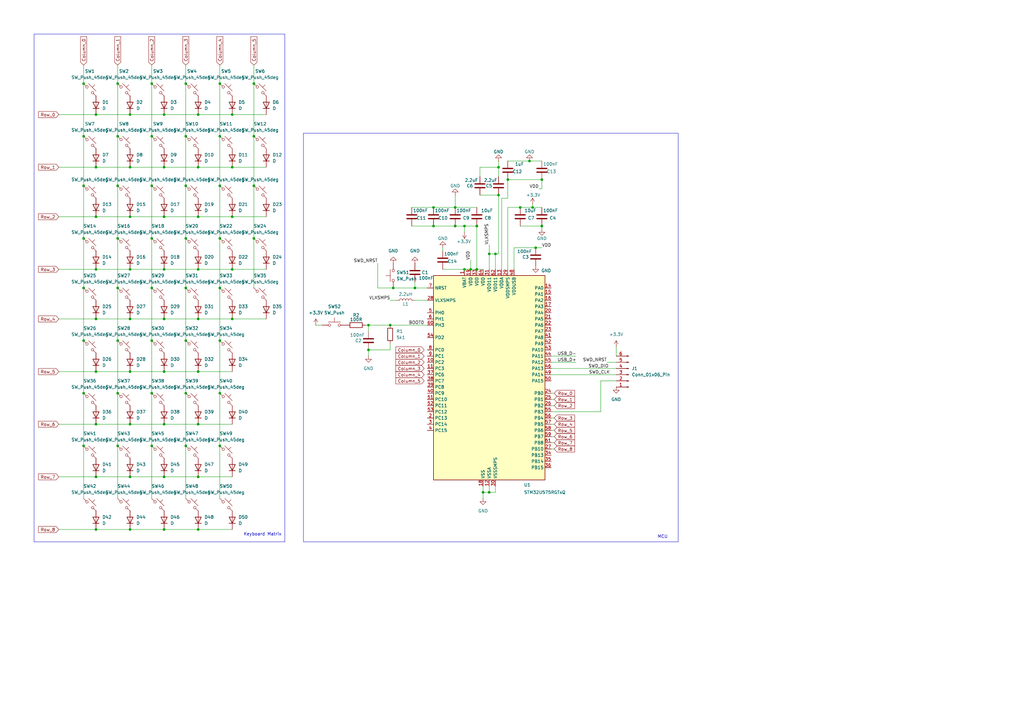
<source format=kicad_sch>
(kicad_sch (version 20250114) (generator "eeschema") (generator_version "9.0")
  (paper "A3")
  (rectangle (start 124.46 54.61) (end 278.13 222.25))
  (rectangle (start 13.97 13.97) (end 116.84 222.25))
  (text "MCU" (at 271.78 220.218 0) (effects (font (size 1.27 1.27))))
  (text "Keyboard Matrix" (at 107.696 219.202 0) (effects (font (size 1.27 1.27))))
  (junction (at 213.36 85.09))
  (junction (at 62.23 97.79))
  (junction (at 34.29 118.11))
  (junction (at 39.37 152.4))
  (junction (at 90.17 139.7))
  (junction (at 34.29 97.79))
  (junction (at 48.26 182.88))
  (junction (at 67.31 173.99))
  (junction (at 208.28 73.66))
  (junction (at 62.23 161.29))
  (junction (at 34.29 76.2))
  (junction (at 177.8 92.71))
  (junction (at 62.23 55.88))
  (junction (at 76.2 139.7))
  (junction (at 53.34 46.99))
  (junction (at 67.31 110.49))
  (junction (at 104.14 34.29))
  (junction (at 204.47 80.01))
  (junction (at 81.28 195.58))
  (junction (at 39.37 130.81))
  (junction (at 62.23 76.2))
  (junction (at 90.17 76.2))
  (junction (at 177.8 85.09))
  (junction (at 67.31 217.17))
  (junction (at 53.34 88.9))
  (junction (at 81.28 68.58))
  (junction (at 34.29 139.7))
  (junction (at 81.28 217.17))
  (junction (at 151.13 133.35))
  (junction (at 160.02 133.35))
  (junction (at 217.17 66.04))
  (junction (at 90.17 182.88))
  (junction (at 81.28 110.49))
  (junction (at 76.2 34.29))
  (junction (at 62.23 118.11))
  (junction (at 62.23 182.88))
  (junction (at 53.34 195.58))
  (junction (at 81.28 130.81))
  (junction (at 67.31 68.58))
  (junction (at 62.23 139.7))
  (junction (at 95.25 110.49))
  (junction (at 48.26 97.79))
  (junction (at 104.14 76.2))
  (junction (at 170.18 118.11))
  (junction (at 190.5 92.71))
  (junction (at 34.29 34.29))
  (junction (at 195.58 92.71))
  (junction (at 39.37 110.49))
  (junction (at 67.31 88.9))
  (junction (at 53.34 110.49))
  (junction (at 81.28 46.99))
  (junction (at 95.25 68.58))
  (junction (at 95.25 88.9))
  (junction (at 48.26 161.29))
  (junction (at 218.44 85.09))
  (junction (at 34.29 161.29))
  (junction (at 219.71 101.6))
  (junction (at 48.26 55.88))
  (junction (at 53.34 68.58))
  (junction (at 186.69 92.71))
  (junction (at 81.28 173.99))
  (junction (at 95.25 130.81))
  (junction (at 200.66 104.14))
  (junction (at 62.23 34.29))
  (junction (at 67.31 130.81))
  (junction (at 161.29 118.11))
  (junction (at 48.26 34.29))
  (junction (at 48.26 139.7))
  (junction (at 76.2 55.88))
  (junction (at 53.34 152.4))
  (junction (at 190.5 110.49))
  (junction (at 104.14 55.88))
  (junction (at 195.58 110.49))
  (junction (at 53.34 217.17))
  (junction (at 90.17 34.29))
  (junction (at 204.47 68.58))
  (junction (at 76.2 97.79))
  (junction (at 90.17 97.79))
  (junction (at 53.34 130.81))
  (junction (at 48.26 76.2))
  (junction (at 76.2 118.11))
  (junction (at 198.12 201.93))
  (junction (at 67.31 152.4))
  (junction (at 39.37 68.58))
  (junction (at 200.66 201.93))
  (junction (at 90.17 161.29))
  (junction (at 222.25 92.71))
  (junction (at 151.13 143.51))
  (junction (at 39.37 217.17))
  (junction (at 76.2 182.88))
  (junction (at 76.2 76.2))
  (junction (at 34.29 55.88))
  (junction (at 39.37 46.99))
  (junction (at 186.69 85.09))
  (junction (at 90.17 55.88))
  (junction (at 48.26 118.11))
  (junction (at 67.31 46.99))
  (junction (at 76.2 161.29))
  (junction (at 34.29 182.88))
  (junction (at 90.17 118.11))
  (junction (at 39.37 88.9))
  (junction (at 222.25 73.66))
  (junction (at 39.37 195.58))
  (junction (at 39.37 173.99))
  (junction (at 104.14 97.79))
  (junction (at 203.2 104.14))
  (junction (at 81.28 88.9))
  (junction (at 53.34 173.99))
  (junction (at 81.28 152.4))
  (junction (at 193.04 110.49))
  (junction (at 67.31 195.58))
  (junction (at 95.25 46.99))
  (wire (pts (xy 90.17 26.67) (xy 90.17 34.29)))
  (wire (pts (xy 217.17 66.04) (xy 208.28 66.04)))
  (wire (pts (xy 81.28 110.49) (xy 95.25 110.49)))
  (wire (pts (xy 34.29 161.29) (xy 34.29 182.88)))
  (wire (pts (xy 48.26 97.79) (xy 48.26 118.11)))
  (wire (pts (xy 200.66 104.14) (xy 203.2 104.14)))
  (wire (pts (xy 226.06 153.67) (xy 252.73 153.67)))
  (wire (pts (xy 24.13 217.17) (xy 39.37 217.17)))
  (wire (pts (xy 226.06 163.83) (xy 227.33 163.83)))
  (wire (pts (xy 48.26 118.11) (xy 48.26 139.7)))
  (wire (pts (xy 203.2 104.14) (xy 203.2 110.49)))
  (wire (pts (xy 190.5 92.71) (xy 190.5 95.25)))
  (wire (pts (xy 48.26 34.29) (xy 48.26 55.88)))
  (wire (pts (xy 67.31 173.99) (xy 81.28 173.99)))
  (wire (pts (xy 200.66 104.14) (xy 200.66 110.49)))
  (wire (pts (xy 95.25 68.58) (xy 109.22 68.58)))
  (wire (pts (xy 190.5 92.71) (xy 195.58 92.71)))
  (wire (pts (xy 200.66 201.93) (xy 203.2 201.93)))
  (wire (pts (xy 246.38 168.91) (xy 246.38 156.21)))
  (wire (pts (xy 95.25 46.99) (xy 109.22 46.99)))
  (wire (pts (xy 81.28 130.81) (xy 95.25 130.81)))
  (wire (pts (xy 34.29 55.88) (xy 34.29 76.2)))
  (wire (pts (xy 210.82 101.6) (xy 210.82 110.49)))
  (wire (pts (xy 104.14 34.29) (xy 104.14 55.88)))
  (wire (pts (xy 62.23 182.88) (xy 62.23 204.47)))
  (wire (pts (xy 149.86 133.35) (xy 151.13 133.35)))
  (wire (pts (xy 67.31 152.4) (xy 81.28 152.4)))
  (wire (pts (xy 76.2 182.88) (xy 76.2 204.47)))
  (wire (pts (xy 170.18 118.11) (xy 175.26 118.11)))
  (wire (pts (xy 67.31 130.81) (xy 81.28 130.81)))
  (wire (pts (xy 170.18 123.19) (xy 175.26 123.19)))
  (wire (pts (xy 195.58 110.49) (xy 198.12 110.49)))
  (wire (pts (xy 220.98 77.47) (xy 222.25 77.47)))
  (wire (pts (xy 24.13 130.81) (xy 39.37 130.81)))
  (wire (pts (xy 62.23 161.29) (xy 62.23 182.88)))
  (wire (pts (xy 53.34 130.81) (xy 67.31 130.81)))
  (wire (pts (xy 151.13 143.51) (xy 160.02 143.51)))
  (wire (pts (xy 53.34 46.99) (xy 67.31 46.99)))
  (wire (pts (xy 24.13 68.58) (xy 39.37 68.58)))
  (wire (pts (xy 24.13 152.4) (xy 39.37 152.4)))
  (wire (pts (xy 76.2 139.7) (xy 76.2 161.29)))
  (wire (pts (xy 39.37 130.81) (xy 53.34 130.81)))
  (wire (pts (xy 76.2 161.29) (xy 76.2 182.88)))
  (wire (pts (xy 53.34 88.9) (xy 67.31 88.9)))
  (wire (pts (xy 81.28 46.99) (xy 95.25 46.99)))
  (wire (pts (xy 160.02 143.51) (xy 160.02 140.97)))
  (wire (pts (xy 200.66 100.33) (xy 200.66 104.14)))
  (wire (pts (xy 248.92 148.59) (xy 252.73 148.59)))
  (wire (pts (xy 168.91 92.71) (xy 177.8 92.71)))
  (wire (pts (xy 222.25 85.09) (xy 218.44 85.09)))
  (wire (pts (xy 205.74 110.49) (xy 205.74 81.28)))
  (wire (pts (xy 48.26 161.29) (xy 48.26 182.88)))
  (wire (pts (xy 198.12 199.39) (xy 198.12 201.93)))
  (wire (pts (xy 62.23 97.79) (xy 62.23 118.11)))
  (wire (pts (xy 90.17 55.88) (xy 90.17 76.2)))
  (wire (pts (xy 160.02 123.19) (xy 162.56 123.19)))
  (wire (pts (xy 226.06 148.59) (xy 236.22 148.59)))
  (wire (pts (xy 95.25 88.9) (xy 109.22 88.9)))
  (wire (pts (xy 204.47 104.14) (xy 203.2 104.14)))
  (wire (pts (xy 53.34 195.58) (xy 67.31 195.58)))
  (wire (pts (xy 39.37 68.58) (xy 53.34 68.58)))
  (wire (pts (xy 226.06 168.91) (xy 246.38 168.91)))
  (wire (pts (xy 62.23 118.11) (xy 62.23 139.7)))
  (wire (pts (xy 62.23 139.7) (xy 62.23 161.29)))
  (wire (pts (xy 190.5 110.49) (xy 193.04 110.49)))
  (wire (pts (xy 154.94 118.11) (xy 161.29 118.11)))
  (wire (pts (xy 76.2 118.11) (xy 76.2 139.7)))
  (wire (pts (xy 198.12 201.93) (xy 198.12 204.47)))
  (wire (pts (xy 81.28 68.58) (xy 95.25 68.58)))
  (wire (pts (xy 226.06 173.99) (xy 227.33 173.99)))
  (wire (pts (xy 181.61 110.49) (xy 190.5 110.49)))
  (wire (pts (xy 246.38 156.21) (xy 252.73 156.21)))
  (wire (pts (xy 90.17 76.2) (xy 90.17 97.79)))
  (wire (pts (xy 95.25 130.81) (xy 109.22 130.81)))
  (wire (pts (xy 204.47 66.04) (xy 204.47 68.58)))
  (wire (pts (xy 48.26 76.2) (xy 48.26 97.79)))
  (wire (pts (xy 90.17 182.88) (xy 90.17 204.47)))
  (wire (pts (xy 226.06 184.15) (xy 227.33 184.15)))
  (wire (pts (xy 48.26 26.67) (xy 48.26 34.29)))
  (wire (pts (xy 151.13 146.05) (xy 151.13 143.51)))
  (wire (pts (xy 104.14 97.79) (xy 104.14 118.11)))
  (wire (pts (xy 226.06 181.61) (xy 227.33 181.61)))
  (wire (pts (xy 208.28 81.28) (xy 205.74 81.28)))
  (wire (pts (xy 208.28 73.66) (xy 208.28 81.28)))
  (wire (pts (xy 196.85 72.39) (xy 196.85 68.58)))
  (wire (pts (xy 39.37 173.99) (xy 53.34 173.99)))
  (wire (pts (xy 196.85 80.01) (xy 204.47 80.01)))
  (wire (pts (xy 218.44 83.82) (xy 218.44 85.09)))
  (wire (pts (xy 226.06 146.05) (xy 236.22 146.05)))
  (wire (pts (xy 24.13 195.58) (xy 39.37 195.58)))
  (wire (pts (xy 76.2 34.29) (xy 76.2 55.88)))
  (wire (pts (xy 62.23 76.2) (xy 62.23 97.79)))
  (wire (pts (xy 62.23 34.29) (xy 62.23 55.88)))
  (wire (pts (xy 204.47 68.58) (xy 204.47 72.39)))
  (wire (pts (xy 67.31 195.58) (xy 81.28 195.58)))
  (wire (pts (xy 90.17 118.11) (xy 90.17 139.7)))
  (wire (pts (xy 62.23 26.67) (xy 62.23 34.29)))
  (wire (pts (xy 67.31 88.9) (xy 81.28 88.9)))
  (wire (pts (xy 53.34 152.4) (xy 67.31 152.4)))
  (wire (pts (xy 213.36 92.71) (xy 222.25 92.71)))
  (wire (pts (xy 208.28 73.66) (xy 222.25 73.66)))
  (wire (pts (xy 200.66 199.39) (xy 200.66 201.93)))
  (wire (pts (xy 154.94 107.95) (xy 154.94 118.11)))
  (wire (pts (xy 62.23 55.88) (xy 62.23 76.2)))
  (wire (pts (xy 67.31 46.99) (xy 81.28 46.99)))
  (wire (pts (xy 24.13 88.9) (xy 39.37 88.9)))
  (wire (pts (xy 81.28 173.99) (xy 95.25 173.99)))
  (wire (pts (xy 222.25 66.04) (xy 217.17 66.04)))
  (wire (pts (xy 222.25 77.47) (xy 222.25 73.66)))
  (wire (pts (xy 226.06 161.29) (xy 227.33 161.29)))
  (wire (pts (xy 34.29 139.7) (xy 34.29 161.29)))
  (wire (pts (xy 24.13 46.99) (xy 39.37 46.99)))
  (wire (pts (xy 81.28 217.17) (xy 95.25 217.17)))
  (wire (pts (xy 34.29 97.79) (xy 34.29 118.11)))
  (wire (pts (xy 252.73 142.24) (xy 252.73 146.05)))
  (wire (pts (xy 177.8 92.71) (xy 186.69 92.71)))
  (wire (pts (xy 90.17 97.79) (xy 90.17 118.11)))
  (wire (pts (xy 226.06 179.07) (xy 227.33 179.07)))
  (wire (pts (xy 53.34 110.49) (xy 67.31 110.49)))
  (wire (pts (xy 24.13 173.99) (xy 39.37 173.99)))
  (wire (pts (xy 151.13 133.35) (xy 151.13 135.89)))
  (wire (pts (xy 76.2 76.2) (xy 76.2 97.79)))
  (wire (pts (xy 186.69 85.09) (xy 195.58 85.09)))
  (wire (pts (xy 104.14 76.2) (xy 104.14 97.79)))
  (wire (pts (xy 151.13 133.35) (xy 160.02 133.35)))
  (wire (pts (xy 39.37 46.99) (xy 53.34 46.99)))
  (wire (pts (xy 208.28 85.09) (xy 213.36 85.09)))
  (wire (pts (xy 222.25 92.71) (xy 222.25 93.98)))
  (wire (pts (xy 213.36 85.09) (xy 218.44 85.09)))
  (wire (pts (xy 226.06 151.13) (xy 252.73 151.13)))
  (wire (pts (xy 81.28 195.58) (xy 95.25 195.58)))
  (wire (pts (xy 104.14 26.67) (xy 104.14 34.29)))
  (wire (pts (xy 67.31 217.17) (xy 81.28 217.17)))
  (wire (pts (xy 193.04 106.68) (xy 193.04 110.49)))
  (wire (pts (xy 53.34 173.99) (xy 67.31 173.99)))
  (wire (pts (xy 195.58 92.71) (xy 195.58 110.49)))
  (wire (pts (xy 95.25 110.49) (xy 109.22 110.49)))
  (wire (pts (xy 34.29 26.67) (xy 34.29 34.29)))
  (wire (pts (xy 104.14 55.88) (xy 104.14 76.2)))
  (wire (pts (xy 67.31 68.58) (xy 81.28 68.58)))
  (wire (pts (xy 34.29 34.29) (xy 34.29 55.88)))
  (wire (pts (xy 39.37 152.4) (xy 53.34 152.4)))
  (wire (pts (xy 129.54 133.35) (xy 132.08 133.35)))
  (wire (pts (xy 34.29 118.11) (xy 34.29 139.7)))
  (wire (pts (xy 186.69 92.71) (xy 190.5 92.71)))
  (wire (pts (xy 34.29 76.2) (xy 34.29 97.79)))
  (wire (pts (xy 81.28 88.9) (xy 95.25 88.9)))
  (wire (pts (xy 48.26 55.88) (xy 48.26 76.2)))
  (wire (pts (xy 90.17 34.29) (xy 90.17 55.88)))
  (wire (pts (xy 204.47 80.01) (xy 204.47 104.14)))
  (wire (pts (xy 222.25 101.6) (xy 219.71 101.6)))
  (wire (pts (xy 48.26 182.88) (xy 48.26 204.47)))
  (wire (pts (xy 90.17 139.7) (xy 90.17 161.29)))
  (wire (pts (xy 161.29 118.11) (xy 170.18 118.11)))
  (wire (pts (xy 203.2 199.39) (xy 203.2 201.93)))
  (wire (pts (xy 186.69 80.01) (xy 186.69 85.09)))
  (wire (pts (xy 76.2 26.67) (xy 76.2 34.29)))
  (wire (pts (xy 90.17 161.29) (xy 90.17 182.88)))
  (wire (pts (xy 39.37 88.9) (xy 53.34 88.9)))
  (wire (pts (xy 198.12 201.93) (xy 200.66 201.93)))
  (wire (pts (xy 168.91 85.09) (xy 177.8 85.09)))
  (wire (pts (xy 76.2 97.79) (xy 76.2 118.11)))
  (wire (pts (xy 39.37 110.49) (xy 53.34 110.49)))
  (wire (pts (xy 81.28 152.4) (xy 95.25 152.4)))
  (wire (pts (xy 196.85 68.58) (xy 204.47 68.58)))
  (wire (pts (xy 170.18 115.57) (xy 170.18 118.11)))
  (wire (pts (xy 53.34 68.58) (xy 67.31 68.58)))
  (wire (pts (xy 48.26 139.7) (xy 48.26 161.29)))
  (wire (pts (xy 53.34 217.17) (xy 67.31 217.17)))
  (wire (pts (xy 160.02 133.35) (xy 175.26 133.35)))
  (wire (pts (xy 177.8 85.09) (xy 186.69 85.09)))
  (wire (pts (xy 219.71 101.6) (xy 210.82 101.6)))
  (wire (pts (xy 39.37 217.17) (xy 53.34 217.17)))
  (wire (pts (xy 208.28 85.09) (xy 208.28 110.49)))
  (wire (pts (xy 226.06 176.53) (xy 227.33 176.53)))
  (wire (pts (xy 226.06 171.45) (xy 227.33 171.45)))
  (wire (pts (xy 34.29 182.88) (xy 34.29 204.47)))
  (wire (pts (xy 39.37 195.58) (xy 53.34 195.58)))
  (wire (pts (xy 193.04 110.49) (xy 195.58 110.49)))
  (wire (pts (xy 226.06 166.37) (xy 227.33 166.37)))
  (wire (pts (xy 24.13 110.49) (xy 39.37 110.49)))
  (wire (pts (xy 181.61 101.6) (xy 181.61 102.87)))
  (wire (pts (xy 67.31 110.49) (xy 81.28 110.49)))
  (wire (pts (xy 76.2 55.88) (xy 76.2 76.2)))
  (label "VDD" (at 220.98 77.47 180))
  (label "VLXSMPS" (at 200.66 100.33 90))
  (label "USB_D-" (at 228.6 146.05 0))
  (label "BOOT0" (at 167.64 133.35 0))
  (label "SWD_CLK" (at 250.19 153.67 180))
  (label "USB_D+" (at 228.6 148.59 0))
  (label "VLXSMPS" (at 160.02 123.19 180))
  (label "SWD_DIO" (at 241.3 151.13 0))
  (label "VDD" (at 222.25 101.6 0))
  (label "SWD_NRST" (at 154.94 107.95 180))
  (label "VDD" (at 193.04 106.68 90))
  (label "SWD_NRST" (at 248.92 148.59 180))
  (global_label "Column_1" (shape input) (at 173.99 146.05 180) (property "Intersheetrefs" "${INTERSHEET_REFS}" (effects (hide yes))))
  (global_label "Column_0" (shape input) (at 34.29 26.67 90) (property "Intersheetrefs" "${INTERSHEET_REFS}" (effects (hide yes))))
  (global_label "Row_5" (shape input) (at 24.13 152.4 180) (property "Intersheetrefs" "${INTERSHEET_REFS}" (effects (hide yes))))
  (global_label "Column_1" (shape input) (at 48.26 26.67 90) (property "Intersheetrefs" "${INTERSHEET_REFS}" (effects (hide yes))))
  (global_label "Row_7" (shape input) (at 24.13 195.58 180) (property "Intersheetrefs" "${INTERSHEET_REFS}" (effects (hide yes))))
  (global_label "Column_0" (shape input) (at 173.99 143.51 180) (property "Intersheetrefs" "${INTERSHEET_REFS}" (effects (hide yes))))
  (global_label "Column_4" (shape input) (at 173.99 153.67 180) (property "Intersheetrefs" "${INTERSHEET_REFS}" (effects (hide yes))))
  (global_label "Row_6" (shape input) (at 227.33 179.07 0) (property "Intersheetrefs" "${INTERSHEET_REFS}" (effects (hide yes))))
  (global_label "Row_4" (shape input) (at 24.13 130.81 180) (property "Intersheetrefs" "${INTERSHEET_REFS}" (effects (hide yes))))
  (global_label "Row_4" (shape input) (at 227.33 173.99 0) (property "Intersheetrefs" "${INTERSHEET_REFS}" (effects (hide yes))))
  (global_label "Row_3" (shape input) (at 227.33 171.45 0) (property "Intersheetrefs" "${INTERSHEET_REFS}" (effects (hide yes))))
  (global_label "Row_5" (shape input) (at 227.33 176.53 0) (property "Intersheetrefs" "${INTERSHEET_REFS}" (effects (hide yes))))
  (global_label "Row_1" (shape input) (at 24.13 68.58 180) (property "Intersheetrefs" "${INTERSHEET_REFS}" (effects (hide yes))))
  (global_label "Column_5" (shape input) (at 173.99 156.21 180) (property "Intersheetrefs" "${INTERSHEET_REFS}" (effects (hide yes))))
  (global_label "Row_6" (shape input) (at 24.13 173.99 180) (property "Intersheetrefs" "${INTERSHEET_REFS}" (effects (hide yes))))
  (global_label "Column_3" (shape input) (at 76.2 26.67 90) (property "Intersheetrefs" "${INTERSHEET_REFS}" (effects (hide yes))))
  (global_label "Row_8" (shape input) (at 227.33 184.15 0) (property "Intersheetrefs" "${INTERSHEET_REFS}" (effects (hide yes))))
  (global_label "Column_2" (shape input) (at 62.23 26.67 90) (property "Intersheetrefs" "${INTERSHEET_REFS}" (effects (hide yes))))
  (global_label "Row_2" (shape input) (at 227.33 166.37 0) (property "Intersheetrefs" "${INTERSHEET_REFS}" (effects (hide yes))))
  (global_label "Row_2" (shape input) (at 24.13 88.9 180) (property "Intersheetrefs" "${INTERSHEET_REFS}" (effects (hide yes))))
  (global_label "Row_0" (shape input) (at 24.13 46.99 180) (property "Intersheetrefs" "${INTERSHEET_REFS}" (effects (hide yes))))
  (global_label "Column_4" (shape input) (at 90.17 26.67 90) (property "Intersheetrefs" "${INTERSHEET_REFS}" (effects (hide yes))))
  (global_label "Column_5" (shape input) (at 104.14 26.67 90) (property "Intersheetrefs" "${INTERSHEET_REFS}" (effects (hide yes))))
  (global_label "Row_3" (shape input) (at 24.13 110.49 180) (property "Intersheetrefs" "${INTERSHEET_REFS}" (effects (hide yes))))
  (global_label "Row_7" (shape input) (at 227.33 181.61 0) (property "Intersheetrefs" "${INTERSHEET_REFS}" (effects (hide yes))))
  (global_label "Column_3" (shape input) (at 173.99 151.13 180) (property "Intersheetrefs" "${INTERSHEET_REFS}" (effects (hide yes))))
  (global_label "Row_0" (shape input) (at 227.33 161.29 0) (property "Intersheetrefs" "${INTERSHEET_REFS}" (effects (hide yes))))
  (global_label "Row_1" (shape input) (at 227.33 163.83 0) (property "Intersheetrefs" "${INTERSHEET_REFS}" (effects (hide yes))))
  (global_label "Row_8" (shape input) (at 24.13 217.17 180) (property "Intersheetrefs" "${INTERSHEET_REFS}" (effects (hide yes))))
  (global_label "Column_2" (shape input) (at 173.99 148.59 180) (property "Intersheetrefs" "${INTERSHEET_REFS}" (effects (hide yes))))
  (symbol (lib_id "power:GND") (at 151.13 146.05 0) (unit 1)
    (property "Reference" "#PWR05" (effects (hide yes)))
    (property "Value" "GND" (at 151.13 151.13 0))
    (property "Description" "Power symbol creates a global label with name \"GND\" , ground" (effects (hide yes)))
  )
  (symbol (lib_id "Switch:SW_Push_45deg") (at 78.74 142.24 0) (unit 1)
    (property "Reference" "SW32" (at 78.74 134.62 0))
    (property "Value" "SW_Push_45deg" (at 78.74 137.16 0))
    (property "Description" "Push button switch, normally open, two pins, 45° tilted" (effects (hide yes)))
  )
  (symbol (lib_id "Switch:SW_Push_45deg") (at 50.8 100.33 0) (unit 1)
    (property "Reference" "SW16" (at 50.8 92.71 0))
    (property "Value" "SW_Push_45deg" (at 50.8 95.25 0))
    (property "Description" "Push button switch, normally open, two pins, 45° tilted" (effects (hide yes)))
  )
  (symbol (lib_id "Device:D") (at 39.37 191.77 90) (unit 1)
    (property "Reference" "D41" (at 41.91 190.4999 90) (effects (justify right)))
    (property "Value" "D" (at 41.91 193.0399 90) (effects (justify right)))
    (property "Description" "Diode" (effects (hide yes)))
    (property "Sim.Device" "D" (effects (hide yes)))
    (property "Sim.Pins" "1=K 2=A" (effects (hide yes)))
  )
  (symbol (lib_id "Switch:SW_Push_45deg") (at 50.8 36.83 0) (unit 1)
    (property "Reference" "SW2" (at 50.8 29.21 0))
    (property "Value" "SW_Push_45deg" (at 50.8 31.75 0))
    (property "Description" "Push button switch, normally open, two pins, 45° tilted" (effects (hide yes)))
  )
  (symbol (lib_id "Device:D") (at 81.28 85.09 90) (unit 1)
    (property "Reference" "D19" (at 83.82 83.8199 90) (effects (justify right)))
    (property "Value" "D" (at 83.82 86.3599 90) (effects (justify right)))
    (property "Description" "Diode" (effects (hide yes)))
    (property "Sim.Device" "D" (effects (hide yes)))
    (property "Sim.Pins" "1=K 2=A" (effects (hide yes)))
  )
  (symbol (lib_id "Device:D") (at 67.31 191.77 90) (unit 1)
    (property "Reference" "D45" (at 69.85 190.4999 90) (effects (justify right)))
    (property "Value" "D" (at 69.85 193.0399 90) (effects (justify right)))
    (property "Description" "Diode" (effects (hide yes)))
    (property "Sim.Device" "D" (effects (hide yes)))
    (property "Sim.Pins" "1=K 2=A" (effects (hide yes)))
  )
  (symbol (lib_id "power:+3.3V") (at 218.44 83.82 0) (unit 1)
    (property "Reference" "#PWR010" (effects (hide yes)))
    (property "Value" "+3.3V" (at 218.694 80.01 0))
    (property "Description" "Power symbol creates a global label with name \"+3.3V\"" (effects (hide yes)))
  )
  (symbol (lib_id "Device:D") (at 109.22 43.18 90) (unit 1)
    (property "Reference" "D6" (at 111.76 41.9099 90) (effects (justify right)))
    (property "Value" "D" (at 111.76 44.4499 90) (effects (justify right)))
    (property "Description" "Diode" (effects (hide yes)))
    (property "Sim.Device" "D" (effects (hide yes)))
    (property "Sim.Pins" "1=K 2=A" (effects (hide yes)))
  )
  (symbol (lib_id "Device:L") (at 166.37 123.19 90) (unit 1)
    (property "Reference" "L1" (at 166.37 124.714 90))
    (property "Value" "2.2uH" (at 166.37 120.65 90))
    (property "Description" "Inductor" (effects (hide yes)))
  )
  (symbol (lib_id "Switch:SW_Push_45deg") (at 64.77 185.42 0) (unit 1)
    (property "Reference" "SW45" (at 64.77 177.8 0))
    (property "Value" "SW_Push_45deg" (at 64.77 180.34 0))
    (property "Description" "Push button switch, normally open, two pins, 45° tilted" (effects (hide yes)))
  )
  (symbol (lib_id "Switch:SW_Push_45deg") (at 36.83 36.83 0) (unit 1)
    (property "Reference" "SW1" (at 36.83 29.21 0))
    (property "Value" "SW_Push_45deg" (at 36.83 31.75 0))
    (property "Description" "Push button switch, normally open, two pins, 45° tilted" (effects (hide yes)))
  )
  (symbol (lib_id "Device:D") (at 81.28 64.77 90) (unit 1)
    (property "Reference" "D10" (at 83.82 63.4999 90) (effects (justify right)))
    (property "Value" "D" (at 83.82 66.0399 90) (effects (justify right)))
    (property "Description" "Diode" (effects (hide yes)))
    (property "Sim.Device" "D" (effects (hide yes)))
    (property "Sim.Pins" "1=K 2=A" (effects (hide yes)))
  )
  (symbol (lib_id "Switch:SW_Push_45deg") (at 36.83 58.42 0) (unit 1)
    (property "Reference" "SW7" (at 36.83 50.8 0))
    (property "Value" "SW_Push_45deg" (at 36.83 53.34 0))
    (property "Description" "Push button switch, normally open, two pins, 45° tilted" (effects (hide yes)))
  )
  (symbol (lib_id "Device:D") (at 95.25 148.59 90) (unit 1)
    (property "Reference" "D34" (at 97.79 147.3199 90) (effects (justify right)))
    (property "Value" "D" (at 97.79 149.8599 90) (effects (justify right)))
    (property "Description" "Diode" (effects (hide yes)))
    (property "Sim.Device" "D" (effects (hide yes)))
    (property "Sim.Pins" "1=K 2=A" (effects (hide yes)))
  )
  (symbol (lib_id "Device:D") (at 67.31 170.18 90) (unit 1)
    (property "Reference" "D38" (at 69.85 168.9099 90) (effects (justify right)))
    (property "Value" "D" (at 69.85 171.4499 90) (effects (justify right)))
    (property "Description" "Diode" (effects (hide yes)))
    (property "Sim.Device" "D" (effects (hide yes)))
    (property "Sim.Pins" "1=K 2=A" (effects (hide yes)))
  )
  (symbol (lib_id "Device:C") (at 196.85 76.2 180) (unit 1)
    (property "Reference" "C6" (at 194.056 76.2 0) (effects (justify left)))
    (property "Value" "2.2uF" (at 196.088 73.914 0) (effects (justify left)))
    (property "Description" "Unpolarized capacitor" (effects (hide yes)))
  )
  (symbol (lib_id "Switch:SW_Push_45deg") (at 106.68 78.74 0) (unit 1)
    (property "Reference" "SW23" (effects (hide yes)))
    (property "Value" "SW_Push_45deg" (at 106.68 73.66 0))
    (property "Description" "Push button switch, normally open, two pins, 45° tilted" (effects (hide yes)))
  )
  (symbol (lib_id "Switch:SW_Push_45deg") (at 36.83 185.42 0) (unit 1)
    (property "Reference" "SW41" (at 36.83 177.8 0))
    (property "Value" "SW_Push_45deg" (at 36.83 180.34 0))
    (property "Description" "Push button switch, normally open, two pins, 45° tilted" (effects (hide yes)))
  )
  (symbol (lib_id "Device:D") (at 67.31 213.36 90) (unit 1)
    (property "Reference" "D46" (at 69.85 212.0899 90) (effects (justify right)))
    (property "Value" "D" (at 69.85 214.6299 90) (effects (justify right)))
    (property "Description" "Diode" (effects (hide yes)))
    (property "Sim.Device" "D" (effects (hide yes)))
    (property "Sim.Pins" "1=K 2=A" (effects (hide yes)))
  )
  (symbol (lib_id "Device:C") (at 204.47 76.2 180) (unit 1)
    (property "Reference" "C5" (at 201.93 76.2 0) (effects (justify left)))
    (property "Value" "2.2uF" (at 203.962 73.914 0) (effects (justify left)))
    (property "Description" "Unpolarized capacitor" (effects (hide yes)))
  )
  (symbol (lib_id "Switch:SW_Push_45deg") (at 36.83 207.01 0) (unit 1)
    (property "Reference" "SW42" (at 36.83 199.39 0))
    (property "Value" "SW_Push_45deg" (at 36.83 201.93 0))
    (property "Description" "Push button switch, normally open, two pins, 45° tilted" (effects (hide yes)))
  )
  (symbol (lib_id "power:GND") (at 186.69 80.01 180) (unit 1)
    (property "Reference" "#PWR014" (effects (hide yes)))
    (property "Value" "GND" (at 186.69 76.2 0))
    (property "Description" "Power symbol creates a global label with name \"GND\" , ground" (effects (hide yes)))
  )
  (symbol (lib_id "Device:D") (at 39.37 170.18 90) (unit 1)
    (property "Reference" "D36" (at 41.91 168.9099 90) (effects (justify right)))
    (property "Value" "D" (at 41.91 171.4499 90) (effects (justify right)))
    (property "Description" "Diode" (effects (hide yes)))
    (property "Sim.Device" "D" (effects (hide yes)))
    (property "Sim.Pins" "1=K 2=A" (effects (hide yes)))
  )
  (symbol (lib_id "Device:D") (at 81.28 106.68 90) (unit 1)
    (property "Reference" "D20" (at 83.82 105.4099 90) (effects (justify right)))
    (property "Value" "D" (at 83.82 107.9499 90) (effects (justify right)))
    (property "Description" "Diode" (effects (hide yes)))
    (property "Sim.Device" "D" (effects (hide yes)))
    (property "Sim.Pins" "1=K 2=A" (effects (hide yes)))
  )
  (symbol (lib_id "Device:D") (at 53.34 127 90) (unit 1)
    (property "Reference" "D27" (at 55.88 125.7299 90) (effects (justify right)))
    (property "Value" "D" (at 55.88 128.2699 90) (effects (justify right)))
    (property "Description" "Diode" (effects (hide yes)))
    (property "Sim.Device" "D" (effects (hide yes)))
    (property "Sim.Pins" "1=K 2=A" (effects (hide yes)))
  )
  (symbol (lib_id "Device:D") (at 39.37 43.18 90) (unit 1)
    (property "Reference" "D1" (at 41.91 41.9099 90) (effects (justify right)))
    (property "Value" "D" (at 41.91 44.4499 90) (effects (justify right)))
    (property "Description" "Diode" (effects (hide yes)))
    (property "Sim.Device" "D" (effects (hide yes)))
    (property "Sim.Pins" "1=K 2=A" (effects (hide yes)))
  )
  (symbol (lib_id "Switch:SW_Push_45deg") (at 78.74 207.01 0) (unit 1)
    (property "Reference" "SW48" (at 78.74 199.39 0))
    (property "Value" "SW_Push_45deg" (at 78.74 201.93 0))
    (property "Description" "Push button switch, normally open, two pins, 45° tilted" (effects (hide yes)))
  )
  (symbol (lib_id "Device:D") (at 39.37 85.09 90) (unit 1)
    (property "Reference" "D13" (at 41.91 83.8199 90) (effects (justify right)))
    (property "Value" "D" (at 41.91 86.3599 90) (effects (justify right)))
    (property "Description" "Diode" (effects (hide yes)))
    (property "Sim.Device" "D" (effects (hide yes)))
    (property "Sim.Pins" "1=K 2=A" (effects (hide yes)))
  )
  (symbol (lib_id "Device:D") (at 67.31 106.68 90) (unit 1)
    (property "Reference" "D18" (at 69.85 105.4099 90) (effects (justify right)))
    (property "Value" "D" (at 69.85 107.9499 90) (effects (justify right)))
    (property "Description" "Diode" (effects (hide yes)))
    (property "Sim.Device" "D" (effects (hide yes)))
    (property "Sim.Pins" "1=K 2=A" (effects (hide yes)))
  )
  (symbol (lib_id "Switch:SW_Push_45deg") (at 50.8 78.74 0) (unit 1)
    (property "Reference" "SW15" (effects (hide yes)))
    (property "Value" "SW_Push_45deg" (at 50.8 73.66 0))
    (property "Description" "Push button switch, normally open, two pins, 45° tilted" (effects (hide yes)))
  )
  (symbol (lib_id "Switch:SW_Push_45deg") (at 106.68 120.65 0) (unit 1)
    (property "Reference" "SW35" (at 106.68 113.03 0))
    (property "Value" "SW_Push_45deg" (at 106.68 115.57 0))
    (property "Description" "Push button switch, normally open, two pins, 45° tilted" (effects (hide yes)))
  )
  (symbol (lib_id "Device:D") (at 67.31 85.09 90) (unit 1)
    (property "Reference" "D17" (at 69.85 83.8199 90) (effects (justify right)))
    (property "Value" "D" (at 69.85 86.3599 90) (effects (justify right)))
    (property "Description" "Diode" (effects (hide yes)))
    (property "Sim.Device" "D" (effects (hide yes)))
    (property "Sim.Pins" "1=K 2=A" (effects (hide yes)))
  )
  (symbol (lib_id "Device:D") (at 39.37 213.36 90) (unit 1)
    (property "Reference" "D42" (at 41.91 212.0899 90) (effects (justify right)))
    (property "Value" "D" (at 41.91 214.6299 90) (effects (justify right)))
    (property "Description" "Diode" (effects (hide yes)))
    (property "Sim.Device" "D" (effects (hide yes)))
    (property "Sim.Pins" "1=K 2=A" (effects (hide yes)))
  )
  (symbol (lib_id "Device:D") (at 81.28 127 90) (unit 1)
    (property "Reference" "D31" (at 83.82 125.7299 90) (effects (justify right)))
    (property "Value" "D" (at 83.82 128.2699 90) (effects (justify right)))
    (property "Description" "Diode" (effects (hide yes)))
    (property "Sim.Device" "D" (effects (hide yes)))
    (property "Sim.Pins" "1=K 2=A" (effects (hide yes)))
  )
  (symbol (lib_id "Device:R") (at 160.02 137.16 0) (unit 1)
    (property "Reference" "R1" (at 162.56 135.8899 0) (effects (justify left)))
    (property "Value" "5k1" (at 162.56 138.4299 0) (effects (justify left)))
    (property "Description" "Resistor" (effects (hide yes)))
  )
  (symbol (lib_id "power:GND") (at 204.47 66.04 180) (unit 1)
    (property "Reference" "#PWR012" (effects (hide yes)))
    (property "Value" "GND" (at 204.47 62.23 0))
    (property "Description" "Power symbol creates a global label with name \"GND\" , ground" (effects (hide yes)))
  )
  (symbol (lib_id "Device:D") (at 81.28 213.36 90) (unit 1)
    (property "Reference" "D48" (at 83.82 212.0899 90) (effects (justify right)))
    (property "Value" "D" (at 83.82 214.6299 90) (effects (justify right)))
    (property "Description" "Diode" (effects (hide yes)))
    (property "Sim.Device" "D" (effects (hide yes)))
    (property "Sim.Pins" "1=K 2=A" (effects (hide yes)))
  )
  (symbol (lib_id "Device:C") (at 208.28 69.85 180) (unit 1)
    (property "Reference" "C12" (at 214.122 70.358 0) (effects (justify left)))
    (property "Value" "1uF" (at 214.884 67.31 0) (effects (justify left)))
    (property "Description" "Unpolarized capacitor" (effects (hide yes)))
  )
  (symbol (lib_id "Switch:SW_Push") (at 137.16 133.35 0) (unit 1)
    (property "Reference" "SW52" (at 137.16 125.73 0))
    (property "Value" "SW_Push" (at 137.16 128.27 0))
    (property "Description" "Push button switch, generic, two pins" (effects (hide yes)))
  )
  (symbol (lib_id "Device:D") (at 53.34 106.68 90) (unit 1)
    (property "Reference" "D16" (at 55.88 105.4099 90) (effects (justify right)))
    (property "Value" "D" (at 55.88 107.9499 90) (effects (justify right)))
    (property "Description" "Diode" (effects (hide yes)))
    (property "Sim.Device" "D" (effects (hide yes)))
    (property "Sim.Pins" "1=K 2=A" (effects (hide yes)))
  )
  (symbol (lib_id "Switch:SW_Push_45deg") (at 78.74 36.83 0) (unit 1)
    (property "Reference" "SW4" (at 78.74 29.21 0))
    (property "Value" "SW_Push_45deg" (at 78.74 31.75 0))
    (property "Description" "Push button switch, normally open, two pins, 45° tilted" (effects (hide yes)))
  )
  (symbol (lib_id "Device:D") (at 95.25 85.09 90) (unit 1)
    (property "Reference" "D21" (at 97.79 83.8199 90) (effects (justify right)))
    (property "Value" "D" (at 97.79 86.3599 90) (effects (justify right)))
    (property "Description" "Diode" (effects (hide yes)))
    (property "Sim.Device" "D" (effects (hide yes)))
    (property "Sim.Pins" "1=K 2=A" (effects (hide yes)))
  )
  (symbol (lib_id "Switch:SW_Push_45deg") (at 92.71 120.65 0) (unit 1)
    (property "Reference" "SW33" (at 92.71 113.03 0))
    (property "Value" "SW_Push_45deg" (at 92.71 115.57 0))
    (property "Description" "Push button switch, normally open, two pins, 45° tilted" (effects (hide yes)))
  )
  (symbol (lib_id "Device:D") (at 109.22 85.09 90) (unit 1)
    (property "Reference" "D23" (at 111.76 83.8199 90) (effects (justify right)))
    (property "Value" "D" (at 111.76 86.3599 90) (effects (justify right)))
    (property "Description" "Diode" (effects (hide yes)))
    (property "Sim.Device" "D" (effects (hide yes)))
    (property "Sim.Pins" "1=K 2=A" (effects (hide yes)))
  )
  (symbol (lib_id "Switch:SW_Push_45deg") (at 50.8 163.83 0) (unit 1)
    (property "Reference" "SW37" (at 50.8 156.21 0))
    (property "Value" "SW_Push_45deg" (at 50.8 158.75 0))
    (property "Description" "Push button switch, normally open, two pins, 45° tilted" (effects (hide yes)))
  )
  (symbol (lib_id "Switch:SW_Push_45deg") (at 64.77 58.42 0) (unit 1)
    (property "Reference" "SW9" (at 64.77 50.8 0))
    (property "Value" "SW_Push_45deg" (at 64.77 53.34 0))
    (property "Description" "Push button switch, normally open, two pins, 45° tilted" (effects (hide yes)))
  )
  (symbol (lib_id "power:+3.3V") (at 252.73 142.24 0) (unit 1)
    (property "Reference" "#PWR02" (effects (hide yes)))
    (property "Value" "+3.3V" (at 252.73 137.16 0))
    (property "Description" "Power symbol creates a global label with name \"+3.3V\"" (effects (hide yes)))
  )
  (symbol (lib_id "Switch:SW_Push_45deg") (at 92.71 185.42 0) (unit 1)
    (property "Reference" "SW49" (at 92.71 177.8 0))
    (property "Value" "SW_Push_45deg" (at 92.71 180.34 0))
    (property "Description" "Push button switch, normally open, two pins, 45° tilted" (effects (hide yes)))
  )
  (symbol (lib_id "Device:D") (at 95.25 191.77 90) (unit 1)
    (property "Reference" "D49" (at 97.79 190.4999 90) (effects (justify right)))
    (property "Value" "D" (at 97.79 193.0399 90) (effects (justify right)))
    (property "Description" "Diode" (effects (hide yes)))
    (property "Sim.Device" "D" (effects (hide yes)))
    (property "Sim.Pins" "1=K 2=A" (effects (hide yes)))
  )
  (symbol (lib_id "Device:D") (at 53.34 64.77 90) (unit 1)
    (property "Reference" "D8" (at 55.88 63.4999 90) (effects (justify right)))
    (property "Value" "D" (at 55.88 66.0399 90) (effects (justify right)))
    (property "Description" "Diode" (effects (hide yes)))
    (property "Sim.Device" "D" (effects (hide yes)))
    (property "Sim.Pins" "1=K 2=A" (effects (hide yes)))
  )
  (symbol (lib_id "Switch:SW_Push_45deg") (at 64.77 163.83 0) (unit 1)
    (property "Reference" "SW38" (at 64.77 156.21 0))
    (property "Value" "SW_Push_45deg" (at 64.77 158.75 0))
    (property "Description" "Push button switch, normally open, two pins, 45° tilted" (effects (hide yes)))
  )
  (symbol (lib_id "Device:D") (at 81.28 43.18 90) (unit 1)
    (property "Reference" "D4" (at 83.82 41.9099 90) (effects (justify right)))
    (property "Value" "D" (at 83.82 44.4499 90) (effects (justify right)))
    (property "Description" "Diode" (effects (hide yes)))
    (property "Sim.Device" "D" (effects (hide yes)))
    (property "Sim.Pins" "1=K 2=A" (effects (hide yes)))
  )
  (symbol (lib_id "Switch:SW_Push_45deg") (at 78.74 58.42 0) (unit 1)
    (property "Reference" "SW10" (at 78.74 50.8 0))
    (property "Value" "SW_Push_45deg" (at 78.74 53.34 0))
    (property "Description" "Push button switch, normally open, two pins, 45° tilted" (effects (hide yes)))
  )
  (symbol (lib_id "Switch:SW_Push_45deg") (at 78.74 185.42 0) (unit 1)
    (property "Reference" "SW47" (at 78.74 177.8 0))
    (property "Value" "SW_Push_45deg" (at 78.74 180.34 0))
    (property "Description" "Push button switch, normally open, two pins, 45° tilted" (effects (hide yes)))
  )
  (symbol (lib_id "Device:C") (at 219.71 105.41 180) (unit 1)
    (property "Reference" "C3" (at 216.916 105.41 0) (effects (justify left)))
    (property "Value" "100nF" (at 218.186 103.124 0) (effects (justify left)))
    (property "Description" "Unpolarized capacitor" (effects (hide yes)))
  )
  (symbol (lib_id "Device:D") (at 95.25 213.36 90) (unit 1)
    (property "Reference" "D50" (at 97.79 212.0899 90) (effects (justify right)))
    (property "Value" "D" (at 97.79 214.6299 90) (effects (justify right)))
    (property "Description" "Diode" (effects (hide yes)))
    (property "Sim.Device" "D" (effects (hide yes)))
    (property "Sim.Pins" "1=K 2=A" (effects (hide yes)))
  )
  (symbol (lib_id "power:+3.3V") (at 190.5 95.25 180) (unit 1)
    (property "Reference" "#PWR013" (effects (hide yes)))
    (property "Value" "+3.3V" (at 190.246 99.06 0))
    (property "Description" "Power symbol creates a global label with name \"+3.3V\"" (effects (hide yes)))
  )
  (symbol (lib_id "Switch:SW_Push_45deg") (at 92.71 207.01 0) (unit 1)
    (property "Reference" "SW50" (at 92.71 199.39 0))
    (property "Value" "SW_Push_45deg" (at 92.71 201.93 0))
    (property "Description" "Push button switch, normally open, two pins, 45° tilted" (effects (hide yes)))
  )
  (symbol (lib_id "Switch:SW_Push_45deg") (at 64.77 78.74 0) (unit 1)
    (property "Reference" "SW17" (effects (hide yes)))
    (property "Value" "SW_Push_45deg" (at 64.77 73.66 0))
    (property "Description" "Push button switch, normally open, two pins, 45° tilted" (effects (hide yes)))
  )
  (symbol (lib_id "power:GND") (at 222.25 93.98 0) (unit 1)
    (property "Reference" "#PWR011" (effects (hide yes)))
    (property "Value" "GND" (at 222.25 97.79 0))
    (property "Description" "Power symbol creates a global label with name \"GND\" , ground" (effects (hide yes)))
  )
  (symbol (lib_id "Switch:SW_Push_45deg") (at 92.71 78.74 0) (unit 1)
    (property "Reference" "SW21" (effects (hide yes)))
    (property "Value" "SW_Push_45deg" (at 92.71 73.66 0))
    (property "Description" "Push button switch, normally open, two pins, 45° tilted" (effects (hide yes)))
  )
  (symbol (lib_id "Device:D") (at 109.22 127 90) (unit 1)
    (property "Reference" "D35" (at 111.76 125.7299 90) (effects (justify right)))
    (property "Value" "D" (at 111.76 128.2699 90) (effects (justify right)))
    (property "Description" "Diode" (effects (hide yes)))
    (property "Sim.Device" "D" (effects (hide yes)))
    (property "Sim.Pins" "1=K 2=A" (effects (hide yes)))
  )
  (symbol (lib_id "Switch:SW_Push_45deg") (at 106.68 100.33 0) (unit 1)
    (property "Reference" "SW24" (at 106.68 92.71 0))
    (property "Value" "SW_Push_45deg" (at 106.68 95.25 0))
    (property "Description" "Push button switch, normally open, two pins, 45° tilted" (effects (hide yes)))
  )
  (symbol (lib_id "Device:D") (at 95.25 170.18 90) (unit 1)
    (property "Reference" "D40" (at 97.79 168.9099 90) (effects (justify right)))
    (property "Value" "D" (at 97.79 171.4499 90) (effects (justify right)))
    (property "Description" "Diode" (effects (hide yes)))
    (property "Sim.Device" "D" (effects (hide yes)))
    (property "Sim.Pins" "1=K 2=A" (effects (hide yes)))
  )
  (symbol (lib_id "Switch:SW_Push_45deg") (at 50.8 120.65 0) (unit 1)
    (property "Reference" "SW27" (at 50.8 113.03 0))
    (property "Value" "SW_Push_45deg" (at 50.8 115.57 0))
    (property "Description" "Push button switch, normally open, two pins, 45° tilted" (effects (hide yes)))
  )
  (symbol (lib_id "Switch:SW_Push_45deg") (at 64.77 142.24 0) (unit 1)
    (property "Reference" "SW30" (at 64.77 134.62 0))
    (property "Value" "SW_Push_45deg" (at 64.77 137.16 0))
    (property "Description" "Push button switch, normally open, two pins, 45° tilted" (effects (hide yes)))
  )
  (symbol (lib_id "Device:C") (at 151.13 139.7 180) (unit 1)
    (property "Reference" "C2" (at 148.336 139.7 0) (effects (justify left)))
    (property "Value" "100nF" (at 149.606 137.414 0) (effects (justify left)))
    (property "Description" "Unpolarized capacitor" (effects (hide yes)))
  )
  (symbol (lib_id "Switch:SW_Push_45deg") (at 78.74 163.83 0) (unit 1)
    (property "Reference" "SW39" (at 78.74 156.21 0))
    (property "Value" "SW_Push_45deg" (at 78.74 158.75 0))
    (property "Description" "Push button switch, normally open, two pins, 45° tilted" (effects (hide yes)))
  )
  (symbol (lib_id "Connector:Conn_01x06_Pin") (at 257.81 153.67 180) (unit 1)
    (property "Reference" "J1" (at 259.08 151.1299 0) (effects (justify right)))
    (property "Value" "Conn_01x06_Pin" (at 259.08 153.6699 0) (effects (justify right)))
    (property "Description" "Generic connector, single row, 01x06, script generated" (effects (hide yes)))
  )
  (symbol (lib_id "Device:D") (at 95.25 106.68 90) (unit 1)
    (property "Reference" "D22" (at 97.79 105.4099 90) (effects (justify right)))
    (property "Value" "D" (at 97.79 107.9499 90) (effects (justify right)))
    (property "Description" "Diode" (effects (hide yes)))
    (property "Sim.Device" "D" (effects (hide yes)))
    (property "Sim.Pins" "1=K 2=A" (effects (hide yes)))
  )
  (symbol (lib_id "Device:R") (at 146.05 133.35 90) (unit 1)
    (property "Reference" "R2" (at 146.05 129.286 90))
    (property "Value" "100R" (at 146.05 131.064 90))
    (property "Description" "Resistor" (effects (hide yes)))
  )
  (symbol (lib_id "Device:D") (at 81.28 148.59 90) (unit 1)
    (property "Reference" "D32" (at 83.82 147.3199 90) (effects (justify right)))
    (property "Value" "D" (at 83.82 149.8599 90) (effects (justify right)))
    (property "Description" "Diode" (effects (hide yes)))
    (property "Sim.Device" "D" (effects (hide yes)))
    (property "Sim.Pins" "1=K 2=A" (effects (hide yes)))
  )
  (symbol (lib_id "Switch:SW_Push_45deg") (at 92.71 36.83 0) (unit 1)
    (property "Reference" "SW5" (at 92.71 29.21 0))
    (property "Value" "SW_Push_45deg" (at 92.71 31.75 0))
    (property "Description" "Push button switch, normally open, two pins, 45° tilted" (effects (hide yes)))
  )
  (symbol (lib_id "Switch:SW_Push_45deg") (at 92.71 163.83 0) (unit 1)
    (property "Reference" "SW40" (at 92.71 156.21 0))
    (property "Value" "SW_Push_45deg" (at 92.71 158.75 0))
    (property "Description" "Push button switch, normally open, two pins, 45° tilted" (effects (hide yes)))
  )
  (symbol (lib_id "Switch:SW_Push_45deg") (at 106.68 36.83 0) (unit 1)
    (property "Reference" "SW6" (at 106.68 29.21 0))
    (property "Value" "SW_Push_45deg" (at 106.68 31.75 0))
    (property "Description" "Push button switch, normally open, two pins, 45° tilted" (effects (hide yes)))
  )
  (symbol (lib_id "Switch:SW_Push_45deg") (at 36.83 142.24 0) (unit 1)
    (property "Reference" "SW26" (at 36.83 134.62 0))
    (property "Value" "SW_Push_45deg" (at 36.83 137.16 0))
    (property "Description" "Push button switch, normally open, two pins, 45° tilted" (effects (hide yes)))
  )
  (symbol (lib_id "Device:D") (at 67.31 64.77 90) (unit 1)
    (property "Reference" "D9" (at 69.85 63.4999 90) (effects (justify right)))
    (property "Value" "D" (at 69.85 66.0399 90) (effects (justify right)))
    (property "Description" "Diode" (effects (hide yes)))
    (property "Sim.Device" "D" (effects (hide yes)))
    (property "Sim.Pins" "1=K 2=A" (effects (hide yes)))
  )
  (symbol (lib_id "Device:C") (at 181.61 106.68 180) (unit 1)
    (property "Reference" "C14" (at 187.452 107.188 0) (effects (justify left)))
    (property "Value" "100nF" (at 188.214 104.14 0) (effects (justify left)))
    (property "Description" "Unpolarized capacitor" (effects (hide yes)))
  )
  (symbol (lib_id "Device:D") (at 53.34 170.18 90) (unit 1)
    (property "Reference" "D37" (at 55.88 168.9099 90) (effects (justify right)))
    (property "Value" "D" (at 55.88 171.4499 90) (effects (justify right)))
    (property "Description" "Diode" (effects (hide yes)))
    (property "Sim.Device" "D" (effects (hide yes)))
    (property "Sim.Pins" "1=K 2=A" (effects (hide yes)))
  )
  (symbol (lib_id "Device:D") (at 39.37 127 90) (unit 1)
    (property "Reference" "D25" (at 41.91 125.7299 90) (effects (justify right)))
    (property "Value" "D" (at 41.91 128.2699 90) (effects (justify right)))
    (property "Description" "Diode" (effects (hide yes)))
    (property "Sim.Device" "D" (effects (hide yes)))
    (property "Sim.Pins" "1=K 2=A" (effects (hide yes)))
  )
  (symbol (lib_id "MCU_ST_STM32U5:STM32U575RGTxQ") (at 200.66 156.21 0) (unit 1)
    (property "Reference" "U1" (at 214.884 198.882 0) (effects (justify left)))
    (property "Value" "STM32U575RGTxQ" (at 214.884 201.93 0) (effects (justify left)))
    (property "Footprint" "Package_QFP:LQFP-64_10x10mm_P0.5mm" (effects (hide yes)))
    (property "Datasheet" "https://www.st.com/resource/en/datasheet/stm32u575rg.pdf" (effects (hide yes)))
    (property "Description" "STMicroelectronics Arm Cortex-M33 MCU, 1024KB flash, 786KB RAM, 160 MHz, 1.71-3.6V, 47 GPIO, LQFP64" (effects (hide yes)))
  )
  (symbol (lib_id "Device:D") (at 67.31 43.18 90) (unit 1)
    (property "Reference" "D3" (at 69.85 41.9099 90) (effects (justify right)))
    (property "Value" "D" (at 69.85 44.4499 90) (effects (justify right)))
    (property "Description" "Diode" (effects (hide yes)))
    (property "Sim.Device" "D" (effects (hide yes)))
    (property "Sim.Pins" "1=K 2=A" (effects (hide yes)))
  )
  (symbol (lib_id "Device:C") (at 177.8 88.9 180) (unit 1)
    (property "Reference" "C10" (at 183.642 89.408 0) (effects (justify left)))
    (property "Value" "100nF" (at 184.404 86.36 0) (effects (justify left)))
    (property "Description" "Unpolarized capacitor" (effects (hide yes)))
  )
  (symbol (lib_id "Device:D") (at 53.34 43.18 90) (unit 1)
    (property "Reference" "D2" (at 55.88 41.9099 90) (effects (justify right)))
    (property "Value" "D" (at 55.88 44.4499 90) (effects (justify right)))
    (property "Description" "Diode" (effects (hide yes)))
    (property "Sim.Device" "D" (effects (hide yes)))
    (property "Sim.Pins" "1=K 2=A" (effects (hide yes)))
  )
  (symbol (lib_id "Switch:SW_Push_45deg") (at 92.71 58.42 0) (unit 1)
    (property "Reference" "SW11" (at 92.71 50.8 0))
    (property "Value" "SW_Push_45deg" (at 92.71 53.34 0))
    (property "Description" "Push button switch, normally open, two pins, 45° tilted" (effects (hide yes)))
  )
  (symbol (lib_id "Switch:SW_Push_45deg") (at 92.71 100.33 0) (unit 1)
    (property "Reference" "SW22" (at 92.71 92.71 0))
    (property "Value" "SW_Push_45deg" (at 92.71 95.25 0))
    (property "Description" "Push button switch, normally open, two pins, 45° tilted" (effects (hide yes)))
  )
  (symbol (lib_id "Device:D") (at 53.34 148.59 90) (unit 1)
    (property "Reference" "D28" (at 55.88 147.3199 90) (effects (justify right)))
    (property "Value" "D" (at 55.88 149.8599 90) (effects (justify right)))
    (property "Description" "Diode" (effects (hide yes)))
    (property "Sim.Device" "D" (effects (hide yes)))
    (property "Sim.Pins" "1=K 2=A" (effects (hide yes)))
  )
  (symbol (lib_id "Device:C") (at 213.36 88.9 180) (unit 1)
    (property "Reference" "C7" (at 219.202 89.408 0) (effects (justify left)))
    (property "Value" "10uF" (at 219.964 86.36 0) (effects (justify left)))
    (property "Description" "Unpolarized capacitor" (effects (hide yes)))
  )
  (symbol (lib_id "Device:D") (at 53.34 191.77 90) (unit 1)
    (property "Reference" "D43" (at 55.88 190.4999 90) (effects (justify right)))
    (property "Value" "D" (at 55.88 193.0399 90) (effects (justify right)))
    (property "Description" "Diode" (effects (hide yes)))
    (property "Sim.Device" "D" (effects (hide yes)))
    (property "Sim.Pins" "1=K 2=A" (effects (hide yes)))
  )
  (symbol (lib_id "Switch:SW_Push_45deg") (at 64.77 36.83 0) (unit 1)
    (property "Reference" "SW3" (at 64.77 29.21 0))
    (property "Value" "SW_Push_45deg" (at 64.77 31.75 0))
    (property "Description" "Push button switch, normally open, two pins, 45° tilted" (effects (hide yes)))
  )
  (symbol (lib_id "Switch:SW_Push_45deg") (at 50.8 142.24 0) (unit 1)
    (property "Reference" "SW28" (at 50.8 134.62 0))
    (property "Value" "SW_Push_45deg" (at 50.8 137.16 0))
    (property "Description" "Push button switch, normally open, two pins, 45° tilted" (effects (hide yes)))
  )
  (symbol (lib_id "Device:C") (at 195.58 88.9 180) (unit 1)
    (property "Reference" "C8" (at 201.422 89.408 0) (effects (justify left)))
    (property "Value" "10uF" (at 202.184 86.36 0) (effects (justify left)))
    (property "Description" "Unpolarized capacitor" (effects (hide yes)))
  )
  (symbol (lib_id "power:GND") (at 170.18 107.95 180) (unit 1)
    (property "Reference" "#PWR03" (effects (hide yes)))
    (property "Value" "GND" (at 170.18 102.87 0))
    (property "Description" "Power symbol creates a global label with name \"GND\" , ground" (effects (hide yes)))
  )
  (symbol (lib_id "Switch:SW_Push_45deg") (at 36.83 120.65 0) (unit 1)
    (property "Reference" "SW25" (at 36.83 113.03 0))
    (property "Value" "SW_Push_45deg" (at 36.83 115.57 0))
    (property "Description" "Push button switch, normally open, two pins, 45° tilted" (effects (hide yes)))
  )
  (symbol (lib_id "Switch:SW_Push_45deg") (at 50.8 207.01 0) (unit 1)
    (property "Reference" "SW44" (at 50.8 199.39 0))
    (property "Value" "SW_Push_45deg" (at 50.8 201.93 0))
    (property "Description" "Push button switch, normally open, two pins, 45° tilted" (effects (hide yes)))
  )
  (symbol (lib_id "Device:D") (at 67.31 148.59 90) (unit 1)
    (property "Reference" "D30" (at 69.85 147.3199 90) (effects (justify right)))
    (property "Value" "D" (at 69.85 149.8599 90) (effects (justify right)))
    (property "Description" "Diode" (effects (hide yes)))
    (property "Sim.Device" "D" (effects (hide yes)))
    (property "Sim.Pins" "1=K 2=A" (effects (hide yes)))
  )
  (symbol (lib_id "power:GND") (at 198.12 204.47 0) (unit 1)
    (property "Reference" "#PWR07" (effects (hide yes)))
    (property "Value" "GND" (at 198.12 209.55 0))
    (property "Description" "Power symbol creates a global label with name \"GND\" , ground" (effects (hide yes)))
  )
  (symbol (lib_id "power:+3.3V") (at 129.54 133.35 0) (unit 1)
    (property "Reference" "#PWR06" (effects (hide yes)))
    (property "Value" "+3.3V" (at 129.54 128.27 0))
    (property "Description" "Power symbol creates a global label with name \"+3.3V\"" (effects (hide yes)))
  )
  (symbol (lib_id "Switch:SW_Push_45deg") (at 64.77 100.33 0) (unit 1)
    (property "Reference" "SW18" (at 64.77 92.71 0))
    (property "Value" "SW_Push_45deg" (at 64.77 95.25 0))
    (property "Description" "Push button switch, normally open, two pins, 45° tilted" (effects (hide yes)))
  )
  (symbol (lib_id "Switch:SW_Push_45deg") (at 36.83 78.74 0) (unit 1)
    (property "Reference" "SW13" (effects (hide yes)))
    (property "Value" "SW_Push_45deg" (at 36.83 73.66 0))
    (property "Description" "Push button switch, normally open, two pins, 45° tilted" (effects (hide yes)))
  )
  (symbol (lib_id "Device:C") (at 222.25 69.85 180) (unit 1)
    (property "Reference" "C13" (at 228.092 70.358 0) (effects (justify left)))
    (property "Value" "100nF" (at 228.854 67.31 0) (effects (justify left)))
    (property "Description" "Unpolarized capacitor" (effects (hide yes)))
  )
  (symbol (lib_id "Device:D") (at 95.25 127 90) (unit 1)
    (property "Reference" "D33" (at 97.79 125.7299 90) (effects (justify right)))
    (property "Value" "D" (at 97.79 128.2699 90) (effects (justify right)))
    (property "Description" "Diode" (effects (hide yes)))
    (property "Sim.Device" "D" (effects (hide yes)))
    (property "Sim.Pins" "1=K 2=A" (effects (hide yes)))
  )
  (symbol (lib_id "Device:D") (at 39.37 64.77 90) (unit 1)
    (property "Reference" "D7" (at 41.91 63.4999 90) (effects (justify right)))
    (property "Value" "D" (at 41.91 66.0399 90) (effects (justify right)))
    (property "Description" "Diode" (effects (hide yes)))
    (property "Sim.Device" "D" (effects (hide yes)))
    (property "Sim.Pins" "1=K 2=A" (effects (hide yes)))
  )
  (symbol (lib_id "Device:D") (at 95.25 43.18 90) (unit 1)
    (property "Reference" "D5" (at 97.79 41.9099 90) (effects (justify right)))
    (property "Value" "D" (at 97.79 44.4499 90) (effects (justify right)))
    (property "Description" "Diode" (effects (hide yes)))
    (property "Sim.Device" "D" (effects (hide yes)))
    (property "Sim.Pins" "1=K 2=A" (effects (hide yes)))
  )
  (symbol (lib_id "Device:D") (at 53.34 213.36 90) (unit 1)
    (property "Reference" "D44" (at 55.88 212.0899 90) (effects (justify right)))
    (property "Value" "D" (at 55.88 214.6299 90) (effects (justify right)))
    (property "Description" "Diode" (effects (hide yes)))
    (property "Sim.Device" "D" (effects (hide yes)))
    (property "Sim.Pins" "1=K 2=A" (effects (hide yes)))
  )
  (symbol (lib_id "Switch:SW_Push_45deg") (at 78.74 120.65 0) (unit 1)
    (property "Reference" "SW31" (at 78.74 113.03 0))
    (property "Value" "SW_Push_45deg" (at 78.74 115.57 0))
    (property "Description" "Push button switch, normally open, two pins, 45° tilted" (effects (hide yes)))
  )
  (symbol (lib_id "Switch:SW_Push_45deg") (at 78.74 78.74 0) (unit 1)
    (property "Reference" "SW19" (effects (hide yes)))
    (property "Value" "SW_Push_45deg" (at 78.74 73.66 0))
    (property "Description" "Push button switch, normally open, two pins, 45° tilted" (effects (hide yes)))
  )
  (symbol (lib_id "Switch:SW_Push_45deg") (at 50.8 58.42 0) (unit 1)
    (property "Reference" "SW8" (at 50.8 50.8 0))
    (property "Value" "SW_Push_45deg" (at 50.8 53.34 0))
    (property "Description" "Push button switch, normally open, two pins, 45° tilted" (effects (hide yes)))
  )
  (symbol (lib_id "Device:C") (at 168.91 88.9 180) (unit 1)
    (property "Reference" "C11" (at 174.752 89.408 0) (effects (justify left)))
    (property "Value" "100nF" (at 175.514 86.36 0) (effects (justify left)))
    (property "Description" "Unpolarized capacitor" (effects (hide yes)))
  )
  (symbol (lib_id "Device:D") (at 53.34 85.09 90) (unit 1)
    (property "Reference" "D15" (at 55.88 83.8199 90) (effects (justify right)))
    (property "Value" "D" (at 55.88 86.3599 90) (effects (justify right)))
    (property "Description" "Diode" (effects (hide yes)))
    (property "Sim.Device" "D" (effects (hide yes)))
    (property "Sim.Pins" "1=K 2=A" (effects (hide yes)))
  )
  (symbol (lib_id "Switch:SW_Push_45deg") (at 106.68 58.42 0) (unit 1)
    (property "Reference" "SW12" (at 106.68 50.8 0))
    (property "Value" "SW_Push_45deg" (at 106.68 53.34 0))
    (property "Description" "Push button switch, normally open, two pins, 45° tilted" (effects (hide yes)))
  )
  (symbol (lib_id "Device:D") (at 39.37 148.59 90) (unit 1)
    (property "Reference" "D26" (at 41.91 147.3199 90) (effects (justify right)))
    (property "Value" "D" (at 41.91 149.8599 90) (effects (justify right)))
    (property "Description" "Diode" (effects (hide yes)))
    (property "Sim.Device" "D" (effects (hide yes)))
    (property "Sim.Pins" "1=K 2=A" (effects (hide yes)))
  )
  (symbol (lib_id "power:GND") (at 181.61 101.6 180) (unit 1)
    (property "Reference" "#PWR016" (effects (hide yes)))
    (property "Value" "GND" (at 181.61 97.79 0))
    (property "Description" "Power symbol creates a global label with name \"GND\" , ground" (effects (hide yes)))
  )
  (symbol (lib_id "Device:D") (at 81.28 191.77 90) (unit 1)
    (property "Reference" "D47" (at 83.82 190.4999 90) (effects (justify right)))
    (property "Value" "D" (at 83.82 193.0399 90) (effects (justify right)))
    (property "Description" "Diode" (effects (hide yes)))
    (property "Sim.Device" "D" (effects (hide yes)))
    (property "Sim.Pins" "1=K 2=A" (effects (hide yes)))
  )
  (symbol (lib_id "Device:D") (at 109.22 64.77 90) (unit 1)
    (property "Reference" "D12" (at 111.76 63.4999 90) (effects (justify right)))
    (property "Value" "D" (at 111.76 66.0399 90) (effects (justify right)))
    (property "Description" "Diode" (effects (hide yes)))
    (property "Sim.Device" "D" (effects (hide yes)))
    (property "Sim.Pins" "1=K 2=A" (effects (hide yes)))
  )
  (symbol (lib_id "power:GND") (at 161.29 107.95 180) (unit 1)
    (property "Reference" "#PWR04" (effects (hide yes)))
    (property "Value" "GND" (at 161.29 102.87 0))
    (property "Description" "Power symbol creates a global label with name \"GND\" , ground" (effects (hide yes)))
  )
  (symbol (lib_id "power:GND") (at 252.73 158.75 0) (unit 1)
    (property "Reference" "#PWR01" (effects (hide yes)))
    (property "Value" "GND" (at 252.73 163.83 0))
    (property "Description" "Power symbol creates a global label with name \"GND\" , ground" (effects (hide yes)))
  )
  (symbol (lib_id "Switch:SW_Push_45deg") (at 64.77 207.01 0) (unit 1)
    (property "Reference" "SW46" (at 64.77 199.39 0))
    (property "Value" "SW_Push_45deg" (at 64.77 201.93 0))
    (property "Description" "Push button switch, normally open, two pins, 45° tilted" (effects (hide yes)))
  )
  (symbol (lib_id "Switch:SW_Push_45deg") (at 36.83 163.83 0) (unit 1)
    (property "Reference" "SW36" (at 36.83 156.21 0))
    (property "Value" "SW_Push_45deg" (at 36.83 158.75 0))
    (property "Description" "Push button switch, normally open, two pins, 45° tilted" (effects (hide yes)))
  )
  (symbol (lib_id "Switch:SW_Push_45deg") (at 36.83 100.33 0) (unit 1)
    (property "Reference" "SW14" (at 36.83 92.71 0))
    (property "Value" "SW_Push_45deg" (at 36.83 95.25 0))
    (property "Description" "Push button switch, normally open, two pins, 45° tilted" (effects (hide yes)))
  )
  (symbol (lib_id "Switch:SW_Push_45deg") (at 50.8 185.42 0) (unit 1)
    (property "Reference" "SW43" (at 50.8 177.8 0))
    (property "Value" "SW_Push_45deg" (at 50.8 180.34 0))
    (property "Description" "Push button switch, normally open, two pins, 45° tilted" (effects (hide yes)))
  )
  (symbol (lib_id "Device:D") (at 67.31 127 90) (unit 1)
    (property "Reference" "D29" (at 69.85 125.7299 90) (effects (justify right)))
    (property "Value" "D" (at 69.85 128.2699 90) (effects (justify right)))
    (property "Description" "Diode" (effects (hide yes)))
    (property "Sim.Device" "D" (effects (hide yes)))
    (property "Sim.Pins" "1=K 2=A" (effects (hide yes)))
  )
  (symbol (lib_id "power:GND") (at 217.17 66.04 180) (unit 1)
    (property "Reference" "#PWR015" (effects (hide yes)))
    (property "Value" "GND" (at 217.17 62.23 0))
    (property "Description" "Power symbol creates a global label with name \"GND\" , ground" (effects (hide yes)))
  )
  (symbol (lib_id "Switch:SW_Push_45deg") (at 92.71 142.24 0) (unit 1)
    (property "Reference" "SW34" (at 92.71 134.62 0))
    (property "Value" "SW_Push_45deg" (at 92.71 137.16 0))
    (property "Description" "Push button switch, normally open, two pins, 45° tilted" (effects (hide yes)))
  )
  (symbol (lib_id "Device:C") (at 222.25 88.9 180) (unit 1)
    (property "Reference" "C4" (at 228.092 89.408 0) (effects (justify left)))
    (property "Value" "100nF" (at 228.854 86.36 0) (effects (justify left)))
    (property "Description" "Unpolarized capacitor" (effects (hide yes)))
  )
  (symbol (lib_id "Device:D") (at 109.22 106.68 90) (unit 1)
    (property "Reference" "D24" (at 111.76 105.4099 90) (effects (justify right)))
    (property "Value" "D" (at 111.76 107.9499 90) (effects (justify right)))
    (property "Description" "Diode" (effects (hide yes)))
    (property "Sim.Device" "D" (effects (hide yes)))
    (property "Sim.Pins" "1=K 2=A" (effects (hide yes)))
  )
  (symbol (lib_id "Device:C") (at 186.69 88.9 180) (unit 1)
    (property "Reference" "C9" (at 192.532 89.408 0) (effects (justify left)))
    (property "Value" "100nF" (at 193.294 86.36 0) (effects (justify left)))
    (property "Description" "Unpolarized capacitor" (effects (hide yes)))
  )
  (symbol (lib_id "Device:D") (at 81.28 170.18 90) (unit 1)
    (property "Reference" "D39" (at 83.82 168.9099 90) (effects (justify right)))
    (property "Value" "D" (at 83.82 171.4499 90) (effects (justify right)))
    (property "Description" "Diode" (effects (hide yes)))
    (property "Sim.Device" "D" (effects (hide yes)))
    (property "Sim.Pins" "1=K 2=A" (effects (hide yes)))
  )
  (symbol (lib_id "Device:D") (at 39.37 106.68 90) (unit 1)
    (property "Reference" "D14" (at 41.91 105.4099 90) (effects (justify right)))
    (property "Value" "D" (at 41.91 107.9499 90) (effects (justify right)))
    (property "Description" "Diode" (effects (hide yes)))
    (property "Sim.Device" "D" (effects (hide yes)))
    (property "Sim.Pins" "1=K 2=A" (effects (hide yes)))
  )
  (symbol (lib_id "Switch:SW_Push_45deg") (at 78.74 100.33 0) (unit 1)
    (property "Reference" "SW20" (at 78.74 92.71 0))
    (property "Value" "SW_Push_45deg" (at 78.74 95.25 0))
    (property "Description" "Push button switch, normally open, two pins, 45° tilted" (effects (hide yes)))
  )
  (symbol (lib_id "Device:D") (at 95.25 64.77 90) (unit 1)
    (property "Reference" "D11" (at 97.79 63.4999 90) (effects (justify right)))
    (property "Value" "D" (at 97.79 66.0399 90) (effects (justify right)))
    (property "Description" "Diode" (effects (hide yes)))
    (property "Sim.Device" "D" (effects (hide yes)))
    (property "Sim.Pins" "1=K 2=A" (effects (hide yes)))
  )
  (symbol (lib_id "Switch:SW_Push_45deg") (at 64.77 120.65 0) (unit 1)
    (property "Reference" "SW29" (at 64.77 113.03 0))
    (property "Value" "SW_Push_45deg" (at 64.77 115.57 0))
    (property "Description" "Push button switch, normally open, two pins, 45° tilted" (effects (hide yes)))
  )
  (symbol (lib_id "Switch:SW_Push") (at 161.29 113.03 90) (unit 1)
    (property "Reference" "SW51" (at 162.56 111.7599 90) (effects (justify right)))
    (property "Value" "SW_Push" (at 162.56 114.2999 90) (effects (justify right)))
    (property "Description" "Push button switch, generic, two pins" (effects (hide yes)))
  )
  (symbol (lib_id "Device:C") (at 170.18 111.76 0) (unit 1)
    (property "Reference" "C1" (at 172.974 111.76 0) (effects (justify left)))
    (property "Value" "100nF" (at 171.704 114.046 0) (effects (justify left)))
    (property "Description" "Unpolarized capacitor" (effects (hide yes)))
  )
  (symbol (lib_id "power:GND") (at 219.71 109.22 0) (unit 1)
    (property "Reference" "#PWR09" (effects (hide yes)))
    (property "Value" "GND" (at 224.028 110.998 0))
    (property "Description" "Power symbol creates a global label with name \"GND\" , ground" (effects (hide yes)))
  )
)
</source>
